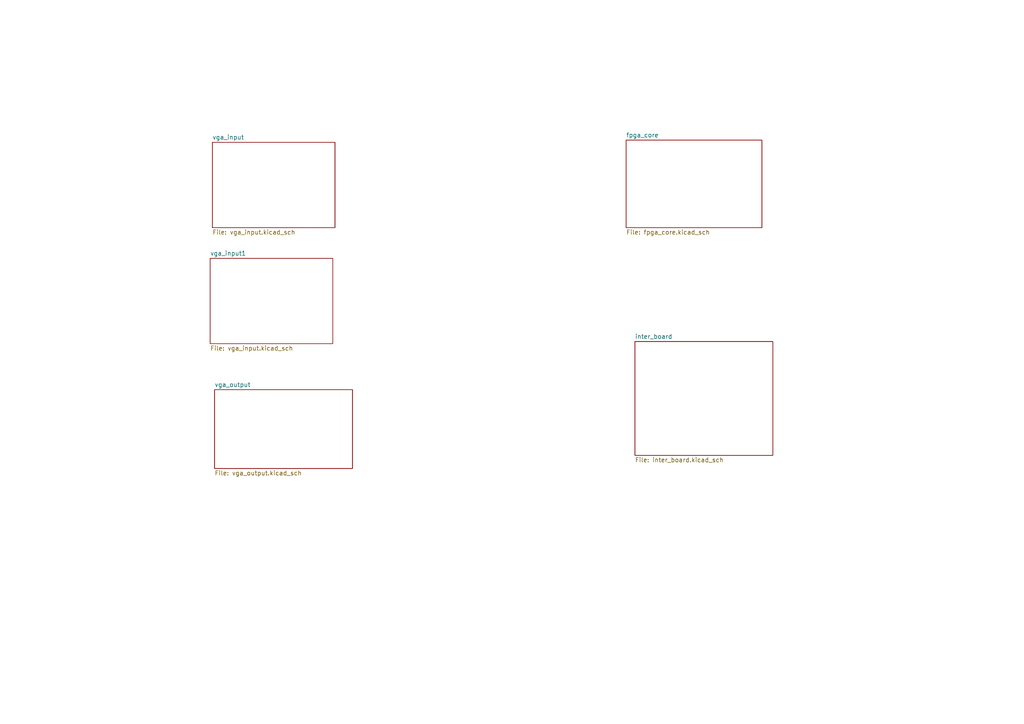
<source format=kicad_sch>
(kicad_sch (version 20211123) (generator eeschema)
  (paper "A4")
  (title_block (title "VGA Centrifuge FPGA board") (rev "R1") (comment 1 "Author: Paolo Celati"))
  (lib_symbols)
  (sheet (at 61.595 41.275) (size 35.56 24.765) (stroke (width 0.1524))
    (property "Sheet name" "vga_input" (at 61.595 40.5634 0) (effects (justify left bottom)))
    (property "Sheet file" "vga_input.kicad_sch" (at 61.595 66.6246 0) (effects (justify left top)))
  )
  (sheet (at 60.96 74.93) (size 35.56 24.765) (stroke (width 0.1524))
    (property "Sheet name" "vga_input1" (at 60.96 74.2184 0) (effects (justify left bottom)))
    (property "Sheet file" "vga_input.kicad_sch" (at 60.96 100.2796 0) (effects (justify left top)))
  )
  (sheet (at 62.23 113.03) (size 40.005 22.86) (stroke (width 0.1524))
    (property "Sheet name" "vga_output" (at 62.23 112.3184 0) (effects (justify left bottom)))
    (property "Sheet file" "vga_output.kicad_sch" (at 62.23 136.4746 0) (effects (justify left top)))
  )
  (sheet (at 184.15 99.06) (size 40.005 33.02) (stroke (width 0.1524))
    (property "Sheet name" "inter_board" (at 184.15 98.3484 0) (effects (justify left bottom)))
    (property "Sheet file" "inter_board.kicad_sch" (at 184.15 132.6646 0) (effects (justify left top)))
  )
  (sheet (at 181.61 40.64) (size 39.37 25.4) (stroke (width 0.1524))
    (property "Sheet name" "fpga_core" (at 181.61 39.9284 0) (effects (justify left bottom)))
    (property "Sheet file" "fpga_core.kicad_sch" (at 181.61 66.6246 0) (effects (justify left top)))
  )
)
</source>
